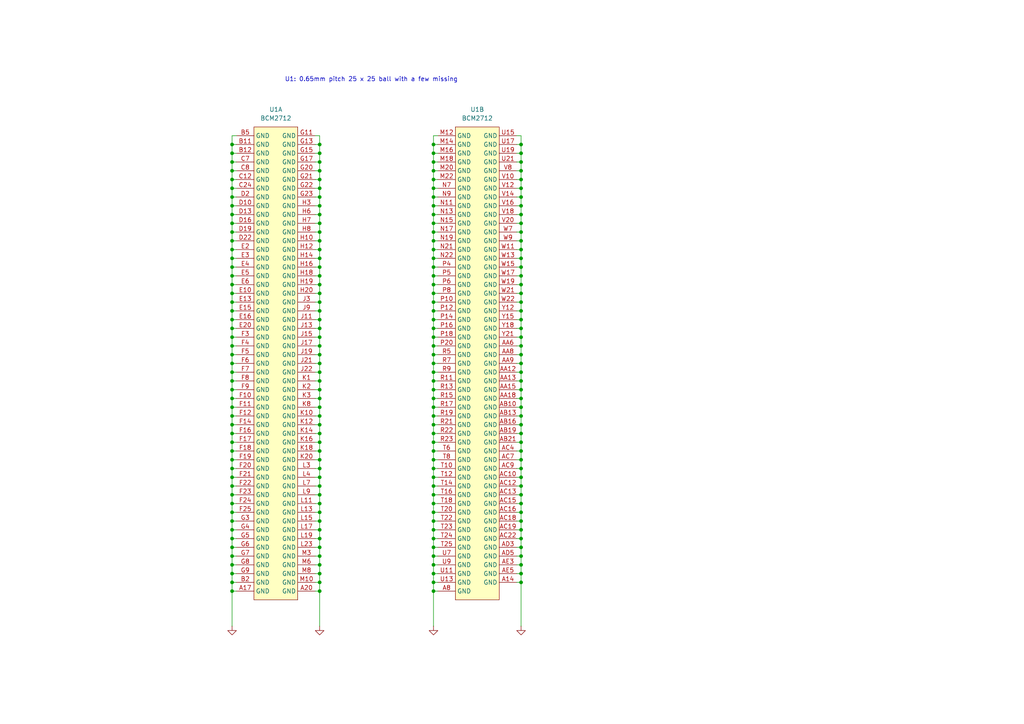
<source format=kicad_sch>
(kicad_sch (version 20250114) (generator "eeschema") (generator_version "9.0")
  (paper "A4")
  (title_block (title "RPi CM5 BCM2712 Grounds") (comment 2 "Guaranteed to be inaccurate") (comment 3 "License: CC BY-SA 4.0 (https://creativecommons.org/licenses/by-sa/4.0/)") (comment 4 "Reverse engineered by Tube Time"))
  (text "U1: 0.65mm pitch 25 x 25 ball with a few missing" (at 107.696 23.114 0) (effects (font (size 1.27 1.27))))
  (junction (at 125.73 59.69))
  (junction (at 92.71 64.77))
  (junction (at 92.71 49.53))
  (junction (at 67.31 80.01))
  (junction (at 151.13 135.89))
  (junction (at 151.13 128.27))
  (junction (at 67.31 72.39))
  (junction (at 67.31 107.95))
  (junction (at 151.13 161.29))
  (junction (at 151.13 92.71))
  (junction (at 151.13 67.31))
  (junction (at 125.73 69.85))
  (junction (at 151.13 118.11))
  (junction (at 92.71 128.27))
  (junction (at 125.73 46.99))
  (junction (at 151.13 82.55))
  (junction (at 67.31 135.89))
  (junction (at 125.73 146.05))
  (junction (at 92.71 138.43))
  (junction (at 92.71 62.23))
  (junction (at 125.73 171.45))
  (junction (at 67.31 146.05))
  (junction (at 125.73 156.21))
  (junction (at 125.73 135.89))
  (junction (at 92.71 67.31))
  (junction (at 67.31 123.19))
  (junction (at 67.31 130.81))
  (junction (at 125.73 85.09))
  (junction (at 92.71 146.05))
  (junction (at 92.71 115.57))
  (junction (at 125.73 105.41))
  (junction (at 151.13 49.53))
  (junction (at 92.71 87.63))
  (junction (at 125.73 87.63))
  (junction (at 92.71 163.83))
  (junction (at 67.31 62.23))
  (junction (at 67.31 85.09))
  (junction (at 92.71 140.97))
  (junction (at 125.73 67.31))
  (junction (at 125.73 64.77))
  (junction (at 92.71 90.17))
  (junction (at 151.13 110.49))
  (junction (at 125.73 95.25))
  (junction (at 92.71 72.39))
  (junction (at 67.31 67.31))
  (junction (at 67.31 118.11))
  (junction (at 125.73 107.95))
  (junction (at 67.31 125.73))
  (junction (at 67.31 77.47))
  (junction (at 125.73 140.97))
  (junction (at 151.13 123.19))
  (junction (at 151.13 74.93))
  (junction (at 67.31 44.45))
  (junction (at 92.71 156.21))
  (junction (at 67.31 140.97))
  (junction (at 92.71 161.29))
  (junction (at 125.73 118.11))
  (junction (at 92.71 107.95))
  (junction (at 92.71 100.33))
  (junction (at 151.13 115.57))
  (junction (at 125.73 151.13))
  (junction (at 92.71 135.89))
  (junction (at 151.13 158.75))
  (junction (at 125.73 110.49))
  (junction (at 151.13 166.37))
  (junction (at 125.73 92.71))
  (junction (at 92.71 166.37))
  (junction (at 92.71 85.09))
  (junction (at 67.31 52.07))
  (junction (at 67.31 110.49))
  (junction (at 125.73 158.75))
  (junction (at 67.31 161.29))
  (junction (at 125.73 62.23))
  (junction (at 67.31 54.61))
  (junction (at 92.71 151.13))
  (junction (at 151.13 113.03))
  (junction (at 125.73 148.59))
  (junction (at 67.31 87.63))
  (junction (at 151.13 168.91))
  (junction (at 151.13 52.07))
  (junction (at 67.31 153.67))
  (junction (at 92.71 59.69))
  (junction (at 92.71 168.91))
  (junction (at 151.13 153.67))
  (junction (at 125.73 113.03))
  (junction (at 125.73 125.73))
  (junction (at 151.13 41.91))
  (junction (at 125.73 166.37))
  (junction (at 92.71 46.99))
  (junction (at 67.31 115.57))
  (junction (at 92.71 74.93))
  (junction (at 67.31 69.85))
  (junction (at 92.71 158.75))
  (junction (at 67.31 120.65))
  (junction (at 125.73 128.27))
  (junction (at 125.73 52.07))
  (junction (at 151.13 107.95))
  (junction (at 151.13 105.41))
  (junction (at 151.13 69.85))
  (junction (at 92.71 118.11))
  (junction (at 92.71 110.49))
  (junction (at 67.31 143.51))
  (junction (at 92.71 95.25))
  (junction (at 125.73 153.67))
  (junction (at 67.31 82.55))
  (junction (at 151.13 85.09))
  (junction (at 125.73 44.45))
  (junction (at 67.31 57.15))
  (junction (at 151.13 62.23))
  (junction (at 92.71 69.85))
  (junction (at 67.31 92.71))
  (junction (at 125.73 115.57))
  (junction (at 92.71 130.81))
  (junction (at 67.31 156.21))
  (junction (at 151.13 90.17))
  (junction (at 92.71 57.15))
  (junction (at 151.13 95.25))
  (junction (at 151.13 156.21))
  (junction (at 151.13 125.73))
  (junction (at 67.31 163.83))
  (junction (at 125.73 41.91))
  (junction (at 151.13 138.43))
  (junction (at 67.31 95.25))
  (junction (at 151.13 64.77))
  (junction (at 67.31 97.79))
  (junction (at 125.73 168.91))
  (junction (at 92.71 102.87))
  (junction (at 125.73 100.33))
  (junction (at 151.13 148.59))
  (junction (at 67.31 74.93))
  (junction (at 92.71 105.41))
  (junction (at 67.31 41.91))
  (junction (at 125.73 90.17))
  (junction (at 92.71 54.61))
  (junction (at 125.73 130.81))
  (junction (at 92.71 113.03))
  (junction (at 67.31 100.33))
  (junction (at 92.71 123.19))
  (junction (at 92.71 44.45))
  (junction (at 125.73 133.35))
  (junction (at 151.13 143.51))
  (junction (at 125.73 57.15))
  (junction (at 92.71 97.79))
  (junction (at 151.13 133.35))
  (junction (at 92.71 171.45))
  (junction (at 92.71 52.07))
  (junction (at 67.31 158.75))
  (junction (at 92.71 148.59))
  (junction (at 125.73 97.79))
  (junction (at 125.73 143.51))
  (junction (at 125.73 123.19))
  (junction (at 151.13 120.65))
  (junction (at 125.73 161.29))
  (junction (at 151.13 44.45))
  (junction (at 151.13 59.69))
  (junction (at 67.31 148.59))
  (junction (at 151.13 100.33))
  (junction (at 151.13 130.81))
  (junction (at 125.73 77.47))
  (junction (at 151.13 46.99))
  (junction (at 67.31 113.03))
  (junction (at 67.31 138.43))
  (junction (at 151.13 151.13))
  (junction (at 125.73 120.65))
  (junction (at 151.13 77.47))
  (junction (at 92.71 92.71))
  (junction (at 67.31 168.91))
  (junction (at 125.73 54.61))
  (junction (at 92.71 143.51))
  (junction (at 92.71 41.91))
  (junction (at 67.31 166.37))
  (junction (at 125.73 72.39))
  (junction (at 151.13 102.87))
  (junction (at 67.31 90.17))
  (junction (at 92.71 120.65))
  (junction (at 67.31 59.69))
  (junction (at 151.13 97.79))
  (junction (at 92.71 133.35))
  (junction (at 151.13 163.83))
  (junction (at 125.73 138.43))
  (junction (at 92.71 125.73))
  (junction (at 92.71 80.01))
  (junction (at 67.31 171.45))
  (junction (at 151.13 72.39))
  (junction (at 151.13 54.61))
  (junction (at 67.31 128.27))
  (junction (at 92.71 153.67))
  (junction (at 151.13 146.05))
  (junction (at 151.13 140.97))
  (junction (at 151.13 80.01))
  (junction (at 125.73 102.87))
  (junction (at 151.13 87.63))
  (junction (at 92.71 77.47))
  (junction (at 125.73 80.01))
  (junction (at 92.71 82.55))
  (junction (at 125.73 163.83))
  (junction (at 67.31 49.53))
  (junction (at 67.31 64.77))
  (junction (at 125.73 49.53))
  (junction (at 67.31 151.13))
  (junction (at 125.73 82.55))
  (junction (at 67.31 133.35))
  (junction (at 67.31 46.99))
  (junction (at 67.31 102.87))
  (junction (at 125.73 74.93))
  (junction (at 151.13 57.15))
  (junction (at 67.31 105.41))
  (wire (pts (xy 92.71 59.69) (xy 91.44 59.69)))
  (wire (pts (xy 92.71 77.47) (xy 92.71 80.01)))
  (wire (pts (xy 125.73 158.75) (xy 125.73 161.29)))
  (wire (pts (xy 67.31 67.31) (xy 67.31 69.85)))
  (wire (pts (xy 151.13 59.69) (xy 151.13 62.23)))
  (wire (pts (xy 151.13 62.23) (xy 151.13 64.77)))
  (wire (pts (xy 92.71 74.93) (xy 91.44 74.93)))
  (wire (pts (xy 125.73 97.79) (xy 127 97.79)))
  (wire (pts (xy 125.73 52.07) (xy 127 52.07)))
  (wire (pts (xy 125.73 130.81) (xy 125.73 133.35)))
  (wire (pts (xy 67.31 135.89) (xy 67.31 138.43)))
  (wire (pts (xy 67.31 74.93) (xy 68.58 74.93)))
  (wire (pts (xy 92.71 87.63) (xy 92.71 90.17)))
  (wire (pts (xy 92.71 64.77) (xy 92.71 67.31)))
  (wire (pts (xy 151.13 92.71) (xy 151.13 95.25)))
  (wire (pts (xy 151.13 102.87) (xy 151.13 105.41)))
  (wire (pts (xy 92.71 95.25) (xy 91.44 95.25)))
  (wire (pts (xy 151.13 97.79) (xy 151.13 100.33)))
  (wire (pts (xy 92.71 130.81) (xy 91.44 130.81)))
  (wire (pts (xy 92.71 133.35) (xy 91.44 133.35)))
  (wire (pts (xy 67.31 52.07) (xy 67.31 54.61)))
  (wire (pts (xy 151.13 41.91) (xy 151.13 44.45)))
  (wire (pts (xy 151.13 39.37) (xy 149.86 39.37)))
  (wire (pts (xy 67.31 97.79) (xy 68.58 97.79)))
  (wire (pts (xy 125.73 72.39) (xy 127 72.39)))
  (wire (pts (xy 92.71 120.65) (xy 92.71 123.19)))
  (wire (pts (xy 67.31 120.65) (xy 67.31 123.19)))
  (wire (pts (xy 92.71 113.03) (xy 91.44 113.03)))
  (wire (pts (xy 151.13 118.11) (xy 151.13 120.65)))
  (wire (pts (xy 92.71 138.43) (xy 92.71 140.97)))
  (wire (pts (xy 151.13 120.65) (xy 151.13 123.19)))
  (wire (pts (xy 92.71 107.95) (xy 91.44 107.95)))
  (wire (pts (xy 91.44 171.45) (xy 92.71 171.45)))
  (wire (pts (xy 67.31 92.71) (xy 68.58 92.71)))
  (wire (pts (xy 151.13 143.51) (xy 151.13 146.05)))
  (wire (pts (xy 125.73 77.47) (xy 127 77.47)))
  (wire (pts (xy 67.31 120.65) (xy 68.58 120.65)))
  (wire (pts (xy 67.31 44.45) (xy 68.58 44.45)))
  (wire (pts (xy 67.31 107.95) (xy 68.58 107.95)))
  (wire (pts (xy 67.31 54.61) (xy 68.58 54.61)))
  (wire (pts (xy 92.71 82.55) (xy 91.44 82.55)))
  (wire (pts (xy 151.13 140.97) (xy 149.86 140.97)))
  (wire (pts (xy 151.13 125.73) (xy 151.13 128.27)))
  (wire (pts (xy 92.71 72.39) (xy 92.71 74.93)))
  (wire (pts (xy 67.31 69.85) (xy 68.58 69.85)))
  (wire (pts (xy 67.31 166.37) (xy 68.58 166.37)))
  (wire (pts (xy 67.31 153.67) (xy 68.58 153.67)))
  (wire (pts (xy 67.31 113.03) (xy 68.58 113.03)))
  (wire (pts (xy 92.71 107.95) (xy 92.71 110.49)))
  (wire (pts (xy 92.71 62.23) (xy 91.44 62.23)))
  (wire (pts (xy 125.73 135.89) (xy 127 135.89)))
  (wire (pts (xy 67.31 110.49) (xy 67.31 113.03)))
  (wire (pts (xy 151.13 151.13) (xy 151.13 153.67)))
  (wire (pts (xy 92.71 135.89) (xy 92.71 138.43)))
  (wire (pts (xy 125.73 87.63) (xy 127 87.63)))
  (wire (pts (xy 67.31 49.53) (xy 68.58 49.53)))
  (wire (pts (xy 125.73 102.87) (xy 127 102.87)))
  (wire (pts (xy 92.71 115.57) (xy 91.44 115.57)))
  (wire (pts (xy 151.13 69.85) (xy 149.86 69.85)))
  (wire (pts (xy 125.73 100.33) (xy 127 100.33)))
  (wire (pts (xy 92.71 118.11) (xy 92.71 120.65)))
  (wire (pts (xy 125.73 102.87) (xy 125.73 105.41)))
  (wire (pts (xy 151.13 153.67) (xy 151.13 156.21)))
  (wire (pts (xy 125.73 44.45) (xy 127 44.45)))
  (wire (pts (xy 151.13 163.83) (xy 149.86 163.83)))
  (wire (pts (xy 67.31 77.47) (xy 67.31 80.01)))
  (wire (pts (xy 92.71 97.79) (xy 92.71 100.33)))
  (wire (pts (xy 151.13 64.77) (xy 149.86 64.77)))
  (wire (pts (xy 92.71 133.35) (xy 92.71 135.89)))
  (wire (pts (xy 125.73 140.97) (xy 125.73 143.51)))
  (wire (pts (xy 151.13 135.89) (xy 149.86 135.89)))
  (wire (pts (xy 125.73 118.11) (xy 125.73 120.65)))
  (wire (pts (xy 125.73 95.25) (xy 127 95.25)))
  (wire (pts (xy 151.13 44.45) (xy 151.13 46.99)))
  (wire (pts (xy 67.31 62.23) (xy 68.58 62.23)))
  (wire (pts (xy 67.31 107.95) (xy 67.31 110.49)))
  (wire (pts (xy 151.13 133.35) (xy 149.86 133.35)))
  (wire (pts (xy 151.13 161.29) (xy 149.86 161.29)))
  (wire (pts (xy 151.13 143.51) (xy 149.86 143.51)))
  (wire (pts (xy 125.73 87.63) (xy 125.73 90.17)))
  (wire (pts (xy 125.73 146.05) (xy 127 146.05)))
  (wire (pts (xy 67.31 44.45) (xy 67.31 46.99)))
  (wire (pts (xy 92.71 158.75) (xy 91.44 158.75)))
  (wire (pts (xy 92.71 143.51) (xy 91.44 143.51)))
  (wire (pts (xy 92.71 44.45) (xy 91.44 44.45)))
  (wire (pts (xy 92.71 46.99) (xy 92.71 49.53)))
  (wire (pts (xy 92.71 52.07) (xy 92.71 54.61)))
  (wire (pts (xy 125.73 46.99) (xy 125.73 49.53)))
  (wire (pts (xy 67.31 64.77) (xy 67.31 67.31)))
  (wire (pts (xy 151.13 168.91) (xy 151.13 181.61)))
  (wire (pts (xy 92.71 151.13) (xy 91.44 151.13)))
  (wire (pts (xy 67.31 148.59) (xy 68.58 148.59)))
  (wire (pts (xy 151.13 54.61) (xy 149.86 54.61)))
  (wire (pts (xy 92.71 90.17) (xy 91.44 90.17)))
  (wire (pts (xy 92.71 80.01) (xy 92.71 82.55)))
  (wire (pts (xy 67.31 39.37) (xy 68.58 39.37)))
  (wire (pts (xy 92.71 156.21) (xy 91.44 156.21)))
  (wire (pts (xy 125.73 168.91) (xy 127 168.91)))
  (wire (pts (xy 151.13 105.41) (xy 149.86 105.41)))
  (wire (pts (xy 151.13 52.07) (xy 149.86 52.07)))
  (wire (pts (xy 92.71 153.67) (xy 92.71 156.21)))
  (wire (pts (xy 67.31 90.17) (xy 68.58 90.17)))
  (wire (pts (xy 151.13 158.75) (xy 149.86 158.75)))
  (wire (pts (xy 67.31 146.05) (xy 68.58 146.05)))
  (wire (pts (xy 151.13 46.99) (xy 151.13 49.53)))
  (wire (pts (xy 92.71 82.55) (xy 92.71 85.09)))
  (wire (pts (xy 92.71 85.09) (xy 91.44 85.09)))
  (wire (pts (xy 151.13 128.27) (xy 151.13 130.81)))
  (wire (pts (xy 125.73 151.13) (xy 125.73 153.67)))
  (wire (pts (xy 125.73 41.91) (xy 127 41.91)))
  (wire (pts (xy 125.73 39.37) (xy 127 39.37)))
  (wire (pts (xy 151.13 95.25) (xy 149.86 95.25)))
  (wire (pts (xy 125.73 138.43) (xy 127 138.43)))
  (wire (pts (xy 151.13 146.05) (xy 151.13 148.59)))
  (wire (pts (xy 92.71 151.13) (xy 92.71 153.67)))
  (wire (pts (xy 67.31 39.37) (xy 67.31 41.91)))
  (wire (pts (xy 67.31 41.91) (xy 68.58 41.91)))
  (wire (pts (xy 125.73 85.09) (xy 127 85.09)))
  (wire (pts (xy 92.71 39.37) (xy 91.44 39.37)))
  (wire (pts (xy 125.73 148.59) (xy 125.73 151.13)))
  (wire (pts (xy 151.13 140.97) (xy 151.13 143.51)))
  (wire (pts (xy 92.71 100.33) (xy 91.44 100.33)))
  (wire (pts (xy 92.71 148.59) (xy 92.71 151.13)))
  (wire (pts (xy 67.31 168.91) (xy 67.31 171.45)))
  (wire (pts (xy 125.73 92.71) (xy 127 92.71)))
  (wire (pts (xy 151.13 125.73) (xy 149.86 125.73)))
  (wire (pts (xy 92.71 123.19) (xy 91.44 123.19)))
  (wire (pts (xy 125.73 115.57) (xy 127 115.57)))
  (wire (pts (xy 92.71 123.19) (xy 92.71 125.73)))
  (wire (pts (xy 67.31 161.29) (xy 67.31 163.83)))
  (wire (pts (xy 67.31 168.91) (xy 68.58 168.91)))
  (wire (pts (xy 125.73 59.69) (xy 125.73 62.23)))
  (wire (pts (xy 151.13 123.19) (xy 151.13 125.73)))
  (wire (pts (xy 67.31 156.21) (xy 68.58 156.21)))
  (wire (pts (xy 92.71 163.83) (xy 91.44 163.83)))
  (wire (pts (xy 92.71 166.37) (xy 91.44 166.37)))
  (wire (pts (xy 92.71 46.99) (xy 91.44 46.99)))
  (wire (pts (xy 125.73 107.95) (xy 125.73 110.49)))
  (wire (pts (xy 92.71 97.79) (xy 91.44 97.79)))
  (wire (pts (xy 125.73 82.55) (xy 127 82.55)))
  (wire (pts (xy 92.71 110.49) (xy 92.71 113.03)))
  (wire (pts (xy 151.13 102.87) (xy 149.86 102.87)))
  (wire (pts (xy 151.13 90.17) (xy 149.86 90.17)))
  (wire (pts (xy 67.31 118.11) (xy 67.31 120.65)))
  (wire (pts (xy 92.71 39.37) (xy 92.71 41.91)))
  (wire (pts (xy 92.71 52.07) (xy 91.44 52.07)))
  (wire (pts (xy 92.71 113.03) (xy 92.71 115.57)))
  (wire (pts (xy 92.71 69.85) (xy 92.71 72.39)))
  (wire (pts (xy 67.31 97.79) (xy 67.31 100.33)))
  (wire (pts (xy 92.71 128.27) (xy 91.44 128.27)))
  (wire (pts (xy 151.13 138.43) (xy 149.86 138.43)))
  (wire (pts (xy 125.73 143.51) (xy 127 143.51)))
  (wire (pts (xy 151.13 113.03) (xy 151.13 115.57)))
  (wire (pts (xy 125.73 171.45) (xy 127 171.45)))
  (wire (pts (xy 92.71 80.01) (xy 91.44 80.01)))
  (wire (pts (xy 125.73 120.65) (xy 125.73 123.19)))
  (wire (pts (xy 92.71 135.89) (xy 91.44 135.89)))
  (wire (pts (xy 92.71 59.69) (xy 92.71 62.23)))
  (wire (pts (xy 125.73 90.17) (xy 125.73 92.71)))
  (wire (pts (xy 151.13 168.91) (xy 149.86 168.91)))
  (wire (pts (xy 67.31 163.83) (xy 67.31 166.37)))
  (wire (pts (xy 125.73 69.85) (xy 125.73 72.39)))
  (wire (pts (xy 125.73 113.03) (xy 127 113.03)))
  (wire (pts (xy 92.71 118.11) (xy 91.44 118.11)))
  (wire (pts (xy 151.13 100.33) (xy 151.13 102.87)))
  (wire (pts (xy 67.31 100.33) (xy 68.58 100.33)))
  (wire (pts (xy 92.71 67.31) (xy 92.71 69.85)))
  (wire (pts (xy 125.73 123.19) (xy 125.73 125.73)))
  (wire (pts (xy 151.13 44.45) (xy 149.86 44.45)))
  (wire (pts (xy 125.73 135.89) (xy 125.73 138.43)))
  (wire (pts (xy 92.71 120.65) (xy 91.44 120.65)))
  (wire (pts (xy 151.13 166.37) (xy 149.86 166.37)))
  (wire (pts (xy 125.73 148.59) (xy 127 148.59)))
  (wire (pts (xy 67.31 151.13) (xy 67.31 153.67)))
  (wire (pts (xy 67.31 138.43) (xy 68.58 138.43)))
  (wire (pts (xy 125.73 67.31) (xy 125.73 69.85)))
  (wire (pts (xy 92.71 163.83) (xy 92.71 166.37)))
  (wire (pts (xy 92.71 100.33) (xy 92.71 102.87)))
  (wire (pts (xy 67.31 130.81) (xy 68.58 130.81)))
  (wire (pts (xy 67.31 110.49) (xy 68.58 110.49)))
  (wire (pts (xy 125.73 44.45) (xy 125.73 46.99)))
  (wire (pts (xy 92.71 105.41) (xy 92.71 107.95)))
  (wire (pts (xy 67.31 46.99) (xy 68.58 46.99)))
  (wire (pts (xy 151.13 72.39) (xy 149.86 72.39)))
  (wire (pts (xy 67.31 148.59) (xy 67.31 151.13)))
  (wire (pts (xy 151.13 107.95) (xy 151.13 110.49)))
  (wire (pts (xy 67.31 41.91) (xy 67.31 44.45)))
  (wire (pts (xy 125.73 156.21) (xy 127 156.21)))
  (wire (pts (xy 125.73 110.49) (xy 127 110.49)))
  (wire (pts (xy 67.31 128.27) (xy 67.31 130.81)))
  (wire (pts (xy 92.71 140.97) (xy 91.44 140.97)))
  (wire (pts (xy 151.13 135.89) (xy 151.13 138.43)))
  (wire (pts (xy 67.31 62.23) (xy 67.31 64.77)))
  (wire (pts (xy 125.73 146.05) (xy 125.73 148.59)))
  (wire (pts (xy 92.71 41.91) (xy 92.71 44.45)))
  (wire (pts (xy 92.71 161.29) (xy 91.44 161.29)))
  (wire (pts (xy 151.13 133.35) (xy 151.13 135.89)))
  (wire (pts (xy 92.71 54.61) (xy 92.71 57.15)))
  (wire (pts (xy 151.13 80.01) (xy 151.13 82.55)))
  (wire (pts (xy 92.71 146.05) (xy 92.71 148.59)))
  (wire (pts (xy 67.31 74.93) (xy 67.31 77.47)))
  (wire (pts (xy 125.73 166.37) (xy 127 166.37)))
  (wire (pts (xy 125.73 41.91) (xy 125.73 44.45)))
  (wire (pts (xy 151.13 95.25) (xy 151.13 97.79)))
  (wire (pts (xy 151.13 156.21) (xy 151.13 158.75)))
  (wire (pts (xy 67.31 57.15) (xy 67.31 59.69)))
  (wire (pts (xy 151.13 148.59) (xy 151.13 151.13)))
  (wire (pts (xy 67.31 57.15) (xy 68.58 57.15)))
  (wire (pts (xy 151.13 161.29) (xy 151.13 163.83)))
  (wire (pts (xy 151.13 80.01) (xy 149.86 80.01)))
  (wire (pts (xy 125.73 130.81) (xy 127 130.81)))
  (wire (pts (xy 67.31 115.57) (xy 68.58 115.57)))
  (wire (pts (xy 151.13 128.27) (xy 149.86 128.27)))
  (wire (pts (xy 151.13 72.39) (xy 151.13 74.93)))
  (wire (pts (xy 92.71 49.53) (xy 92.71 52.07)))
  (wire (pts (xy 92.71 125.73) (xy 92.71 128.27)))
  (wire (pts (xy 151.13 153.67) (xy 149.86 153.67)))
  (wire (pts (xy 125.73 64.77) (xy 127 64.77)))
  (wire (pts (xy 67.31 82.55) (xy 68.58 82.55)))
  (wire (pts (xy 125.73 118.11) (xy 127 118.11)))
  (wire (pts (xy 67.31 171.45) (xy 67.31 181.61)))
  (wire (pts (xy 67.31 105.41) (xy 67.31 107.95)))
  (wire (pts (xy 125.73 153.67) (xy 125.73 156.21)))
  (wire (pts (xy 125.73 140.97) (xy 127 140.97)))
  (wire (pts (xy 125.73 163.83) (xy 127 163.83)))
  (wire (pts (xy 67.31 102.87) (xy 67.31 105.41)))
  (wire (pts (xy 92.71 158.75) (xy 92.71 161.29)))
  (wire (pts (xy 92.71 57.15) (xy 91.44 57.15)))
  (wire (pts (xy 125.73 46.99) (xy 127 46.99)))
  (wire (pts (xy 67.31 80.01) (xy 68.58 80.01)))
  (wire (pts (xy 92.71 102.87) (xy 91.44 102.87)))
  (wire (pts (xy 151.13 123.19) (xy 149.86 123.19)))
  (wire (pts (xy 67.31 77.47) (xy 68.58 77.47)))
  (wire (pts (xy 125.73 156.21) (xy 125.73 158.75)))
  (wire (pts (xy 92.71 62.23) (xy 92.71 64.77)))
  (wire (pts (xy 67.31 143.51) (xy 67.31 146.05)))
  (wire (pts (xy 125.73 74.93) (xy 125.73 77.47)))
  (wire (pts (xy 67.31 95.25) (xy 67.31 97.79)))
  (wire (pts (xy 92.71 143.51) (xy 92.71 146.05)))
  (wire (pts (xy 67.31 85.09) (xy 68.58 85.09)))
  (wire (pts (xy 151.13 74.93) (xy 151.13 77.47)))
  (wire (pts (xy 92.71 125.73) (xy 91.44 125.73)))
  (wire (pts (xy 67.31 80.01) (xy 67.31 82.55)))
  (wire (pts (xy 92.71 148.59) (xy 91.44 148.59)))
  (wire (pts (xy 92.71 146.05) (xy 91.44 146.05)))
  (wire (pts (xy 125.73 151.13) (xy 127 151.13)))
  (wire (pts (xy 92.71 57.15) (xy 92.71 59.69)))
  (wire (pts (xy 92.71 156.21) (xy 92.71 158.75)))
  (wire (pts (xy 151.13 166.37) (xy 151.13 168.91)))
  (wire (pts (xy 125.73 125.73) (xy 127 125.73)))
  (wire (pts (xy 125.73 100.33) (xy 125.73 102.87)))
  (wire (pts (xy 92.71 90.17) (xy 92.71 92.71)))
  (wire (pts (xy 67.31 72.39) (xy 68.58 72.39)))
  (wire (pts (xy 151.13 39.37) (xy 151.13 41.91)))
  (wire (pts (xy 92.71 77.47) (xy 91.44 77.47)))
  (wire (pts (xy 151.13 115.57) (xy 151.13 118.11)))
  (wire (pts (xy 125.73 90.17) (xy 127 90.17)))
  (wire (pts (xy 151.13 107.95) (xy 149.86 107.95)))
  (wire (pts (xy 67.31 161.29) (xy 68.58 161.29)))
  (wire (pts (xy 125.73 107.95) (xy 127 107.95)))
  (wire (pts (xy 151.13 105.41) (xy 151.13 107.95)))
  (wire (pts (xy 125.73 57.15) (xy 127 57.15)))
  (wire (pts (xy 125.73 92.71) (xy 125.73 95.25)))
  (wire (pts (xy 92.71 67.31) (xy 91.44 67.31)))
  (wire (pts (xy 67.31 138.43) (xy 67.31 140.97)))
  (wire (pts (xy 151.13 115.57) (xy 149.86 115.57)))
  (wire (pts (xy 67.31 140.97) (xy 68.58 140.97)))
  (wire (pts (xy 151.13 49.53) (xy 149.86 49.53)))
  (wire (pts (xy 67.31 133.35) (xy 68.58 133.35)))
  (wire (pts (xy 125.73 128.27) (xy 127 128.27)))
  (wire (pts (xy 151.13 67.31) (xy 149.86 67.31)))
  (wire (pts (xy 92.71 105.41) (xy 91.44 105.41)))
  (wire (pts (xy 67.31 151.13) (xy 68.58 151.13)))
  (wire (pts (xy 125.73 64.77) (xy 125.73 67.31)))
  (wire (pts (xy 92.71 49.53) (xy 91.44 49.53)))
  (wire (pts (xy 92.71 74.93) (xy 92.71 77.47)))
  (wire (pts (xy 92.71 102.87) (xy 92.71 105.41)))
  (wire (pts (xy 125.73 82.55) (xy 125.73 85.09)))
  (wire (pts (xy 125.73 80.01) (xy 125.73 82.55)))
  (wire (pts (xy 125.73 62.23) (xy 127 62.23)))
  (wire (pts (xy 151.13 57.15) (xy 149.86 57.15)))
  (wire (pts (xy 151.13 87.63) (xy 149.86 87.63)))
  (wire (pts (xy 92.71 138.43) (xy 91.44 138.43)))
  (wire (pts (xy 67.31 113.03) (xy 67.31 115.57)))
  (wire (pts (xy 151.13 87.63) (xy 151.13 90.17)))
  (wire (pts (xy 125.73 133.35) (xy 125.73 135.89)))
  (wire (pts (xy 125.73 128.27) (xy 125.73 130.81)))
  (wire (pts (xy 67.31 52.07) (xy 68.58 52.07)))
  (wire (pts (xy 151.13 82.55) (xy 149.86 82.55)))
  (wire (pts (xy 92.71 92.71) (xy 91.44 92.71)))
  (wire (pts (xy 151.13 85.09) (xy 149.86 85.09)))
  (wire (pts (xy 151.13 156.21) (xy 149.86 156.21)))
  (wire (pts (xy 92.71 171.45) (xy 92.71 181.61)))
  (wire (pts (xy 125.73 161.29) (xy 125.73 163.83)))
  (wire (pts (xy 67.31 102.87) (xy 68.58 102.87)))
  (wire (pts (xy 67.31 87.63) (xy 68.58 87.63)))
  (wire (pts (xy 67.31 158.75) (xy 68.58 158.75)))
  (wire (pts (xy 92.71 69.85) (xy 91.44 69.85)))
  (wire (pts (xy 125.73 120.65) (xy 127 120.65)))
  (wire (pts (xy 151.13 41.91) (xy 149.86 41.91)))
  (wire (pts (xy 125.73 171.45) (xy 125.73 181.61)))
  (wire (pts (xy 125.73 54.61) (xy 127 54.61)))
  (wire (pts (xy 67.31 123.19) (xy 68.58 123.19)))
  (wire (pts (xy 92.71 130.81) (xy 92.71 133.35)))
  (wire (pts (xy 125.73 49.53) (xy 127 49.53)))
  (wire (pts (xy 151.13 46.99) (xy 149.86 46.99)))
  (wire (pts (xy 125.73 69.85) (xy 127 69.85)))
  (wire (pts (xy 125.73 168.91) (xy 125.73 171.45)))
  (wire (pts (xy 151.13 163.83) (xy 151.13 166.37)))
  (wire (pts (xy 151.13 110.49) (xy 149.86 110.49)))
  (wire (pts (xy 67.31 123.19) (xy 67.31 125.73)))
  (wire (pts (xy 92.71 140.97) (xy 92.71 143.51)))
  (wire (pts (xy 67.31 158.75) (xy 67.31 161.29)))
  (wire (pts (xy 67.31 87.63) (xy 67.31 90.17)))
  (wire (pts (xy 92.71 85.09) (xy 92.71 87.63)))
  (wire (pts (xy 125.73 143.51) (xy 125.73 146.05)))
  (wire (pts (xy 125.73 49.53) (xy 125.73 52.07)))
  (wire (pts (xy 67.31 130.81) (xy 67.31 133.35)))
  (wire (pts (xy 151.13 146.05) (xy 149.86 146.05)))
  (wire (pts (xy 67.31 59.69) (xy 68.58 59.69)))
  (wire (pts (xy 92.71 110.49) (xy 91.44 110.49)))
  (wire (pts (xy 92.71 153.67) (xy 91.44 153.67)))
  (wire (pts (xy 67.31 128.27) (xy 68.58 128.27)))
  (wire (pts (xy 92.71 168.91) (xy 91.44 168.91)))
  (wire (pts (xy 125.73 110.49) (xy 125.73 113.03)))
  (wire (pts (xy 67.31 143.51) (xy 68.58 143.51)))
  (wire (pts (xy 67.31 54.61) (xy 67.31 57.15)))
  (wire (pts (xy 151.13 92.71) (xy 149.86 92.71)))
  (wire (pts (xy 92.71 168.91) (xy 92.71 171.45)))
  (wire (pts (xy 151.13 77.47) (xy 149.86 77.47)))
  (wire (pts (xy 151.13 90.17) (xy 151.13 92.71)))
  (wire (pts (xy 67.31 146.05) (xy 67.31 148.59)))
  (wire (pts (xy 151.13 82.55) (xy 151.13 85.09)))
  (wire (pts (xy 92.71 64.77) (xy 91.44 64.77)))
  (wire (pts (xy 151.13 54.61) (xy 151.13 57.15)))
  (wire (pts (xy 67.31 153.67) (xy 67.31 156.21)))
  (wire (pts (xy 151.13 74.93) (xy 149.86 74.93)))
  (wire (pts (xy 125.73 77.47) (xy 125.73 80.01)))
  (wire (pts (xy 67.31 100.33) (xy 67.31 102.87)))
  (wire (pts (xy 151.13 138.43) (xy 151.13 140.97)))
  (wire (pts (xy 125.73 166.37) (xy 125.73 168.91)))
  (wire (pts (xy 92.71 95.25) (xy 92.71 97.79)))
  (wire (pts (xy 151.13 158.75) (xy 151.13 161.29)))
  (wire (pts (xy 67.31 156.21) (xy 67.31 158.75)))
  (wire (pts (xy 151.13 62.23) (xy 149.86 62.23)))
  (wire (pts (xy 125.73 95.25) (xy 125.73 97.79)))
  (wire (pts (xy 125.73 39.37) (xy 125.73 41.91)))
  (wire (pts (xy 151.13 118.11) (xy 149.86 118.11)))
  (wire (pts (xy 151.13 130.81) (xy 149.86 130.81)))
  (wire (pts (xy 67.31 72.39) (xy 67.31 74.93)))
  (wire (pts (xy 67.31 115.57) (xy 67.31 118.11)))
  (wire (pts (xy 125.73 54.61) (xy 125.73 57.15)))
  (wire (pts (xy 151.13 59.69) (xy 149.86 59.69)))
  (wire (pts (xy 125.73 133.35) (xy 127 133.35)))
  (wire (pts (xy 67.31 59.69) (xy 67.31 62.23)))
  (wire (pts (xy 151.13 67.31) (xy 151.13 69.85)))
  (wire (pts (xy 125.73 105.41) (xy 125.73 107.95)))
  (wire (pts (xy 67.31 67.31) (xy 68.58 67.31)))
  (wire (pts (xy 92.71 115.57) (xy 92.71 118.11)))
  (wire (pts (xy 125.73 138.43) (xy 125.73 140.97)))
  (wire (pts (xy 151.13 97.79) (xy 149.86 97.79)))
  (wire (pts (xy 125.73 52.07) (xy 125.73 54.61)))
  (wire (pts (xy 125.73 105.41) (xy 127 105.41)))
  (wire (pts (xy 125.73 113.03) (xy 125.73 115.57)))
  (wire (pts (xy 125.73 97.79) (xy 125.73 100.33)))
  (wire (pts (xy 125.73 80.01) (xy 127 80.01)))
  (wire (pts (xy 151.13 57.15) (xy 151.13 59.69)))
  (wire (pts (xy 125.73 158.75) (xy 127 158.75)))
  (wire (pts (xy 125.73 123.19) (xy 127 123.19)))
  (wire (pts (xy 151.13 110.49) (xy 151.13 113.03)))
  (wire (pts (xy 67.31 92.71) (xy 67.31 95.25)))
  (wire (pts (xy 151.13 151.13) (xy 149.86 151.13)))
  (wire (pts (xy 151.13 52.07) (xy 151.13 54.61)))
  (wire (pts (xy 92.71 128.27) (xy 92.71 130.81)))
  (wire (pts (xy 92.71 92.71) (xy 92.71 95.25)))
  (wire (pts (xy 151.13 49.53) (xy 151.13 52.07)))
  (wire (pts (xy 67.31 82.55) (xy 67.31 85.09)))
  (wire (pts (xy 125.73 67.31) (xy 127 67.31)))
  (wire (pts (xy 151.13 130.81) (xy 151.13 133.35)))
  (wire (pts (xy 67.31 64.77) (xy 68.58 64.77)))
  (wire (pts (xy 67.31 166.37) (xy 67.31 168.91)))
  (wire (pts (xy 92.71 72.39) (xy 91.44 72.39)))
  (wire (pts (xy 125.73 125.73) (xy 125.73 128.27)))
  (wire (pts (xy 151.13 69.85) (xy 151.13 72.39)))
  (wire (pts (xy 125.73 163.83) (xy 125.73 166.37)))
  (wire (pts (xy 125.73 62.23) (xy 125.73 64.77)))
  (wire (pts (xy 67.31 85.09) (xy 67.31 87.63)))
  (wire (pts (xy 67.31 125.73) (xy 67.31 128.27)))
  (wire (pts (xy 67.31 133.35) (xy 67.31 135.89)))
  (wire (pts (xy 67.31 140.97) (xy 67.31 143.51)))
  (wire (pts (xy 67.31 95.25) (xy 68.58 95.25)))
  (wire (pts (xy 92.71 54.61) (xy 91.44 54.61)))
  (wire (pts (xy 125.73 85.09) (xy 125.73 87.63)))
  (wire (pts (xy 67.31 135.89) (xy 68.58 135.89)))
  (wire (pts (xy 125.73 161.29) (xy 127 161.29)))
  (wire (pts (xy 125.73 59.69) (xy 127 59.69)))
  (wire (pts (xy 125.73 115.57) (xy 125.73 118.11)))
  (wire (pts (xy 92.71 166.37) (xy 92.71 168.91)))
  (wire (pts (xy 92.71 41.91) (xy 91.44 41.91)))
  (wire (pts (xy 125.73 74.93) (xy 127 74.93)))
  (wire (pts (xy 125.73 153.67) (xy 127 153.67)))
  (wire (pts (xy 67.31 46.99) (xy 67.31 49.53)))
  (wire (pts (xy 67.31 69.85) (xy 67.31 72.39)))
  (wire (pts (xy 67.31 105.41) (xy 68.58 105.41)))
  (wire (pts (xy 151.13 100.33) (xy 149.86 100.33)))
  (wire (pts (xy 92.71 161.29) (xy 92.71 163.83)))
  (wire (pts (xy 125.73 72.39) (xy 125.73 74.93)))
  (wire (pts (xy 151.13 113.03) (xy 149.86 113.03)))
  (wire (pts (xy 67.31 90.17) (xy 67.31 92.71)))
  (wire (pts (xy 67.31 118.11) (xy 68.58 118.11)))
  (wire (pts (xy 92.71 44.45) (xy 92.71 46.99)))
  (wire (pts (xy 67.31 163.83) (xy 68.58 163.83)))
  (wire (pts (xy 151.13 77.47) (xy 151.13 80.01)))
  (wire (pts (xy 67.31 125.73) (xy 68.58 125.73)))
  (wire (pts (xy 92.71 87.63) (xy 91.44 87.63)))
  (wire (pts (xy 67.31 49.53) (xy 67.31 52.07)))
  (wire (pts (xy 151.13 64.77) (xy 151.13 67.31)))
  (wire (pts (xy 151.13 120.65) (xy 149.86 120.65)))
  (wire (pts (xy 125.73 57.15) (xy 125.73 59.69)))
  (wire (pts (xy 151.13 148.59) (xy 149.86 148.59)))
  (wire (pts (xy 151.13 85.09) (xy 151.13 87.63)))
  (wire (pts (xy 67.31 171.45) (xy 68.58 171.45)))
  (symbol (lib_id "power:GND") (at 67.31 181.61 0) (unit 1)
    (property "Reference" "#PWR0441" (effects (hide yes)))
    (property "Value" "GND" (effects (hide yes)))
    (property "Description" "Power symbol creates a global label with name \"GND\" , ground" (effects (hide yes)))
  )
  (symbol (lib_id "power:GND") (at 125.73 181.61 0) (unit 1)
    (property "Reference" "#PWR0443" (effects (hide yes)))
    (property "Value" "GND" (effects (hide yes)))
    (property "Description" "Power symbol creates a global label with name \"GND\" , ground" (effects (hide yes)))
  )
  (symbol (lib_id "power:GND") (at 92.71 181.61 0) (mirror y) (unit 1)
    (property "Reference" "#PWR0442" (effects (hide yes)))
    (property "Value" "GND" (effects (hide yes)))
    (property "Description" "Power symbol creates a global label with name \"GND\" , ground" (effects (hide yes)))
  )
  (symbol (lib_id "CM5:BCM2712") (at 73.66 36.83 0) (unit 1)
    (property "Reference" "U1" (at 80.01 31.75 0))
    (property "Value" "BCM2712" (at 80.01 34.29 0))
    (property "Footprint" "Active:BGA-586_25x25_17.0x17.0mm" (effects (hide yes)))
  )
  (symbol (lib_id "power:GND") (at 151.13 181.61 0) (mirror y) (unit 1)
    (property "Reference" "#PWR0444" (effects (hide yes)))
    (property "Value" "GND" (effects (hide yes)))
    (property "Description" "Power symbol creates a global label with name \"GND\" , ground" (effects (hide yes)))
  )
  (symbol (lib_id "CM5:BCM2712") (at 132.08 36.83 0) (unit 2)
    (property "Reference" "U1" (at 138.43 31.75 0))
    (property "Value" "BCM2712" (at 138.43 34.29 0))
    (property "Footprint" "Active:BGA-586_25x25_17.0x17.0mm" (effects (hide yes)))
  )
)
</source>
